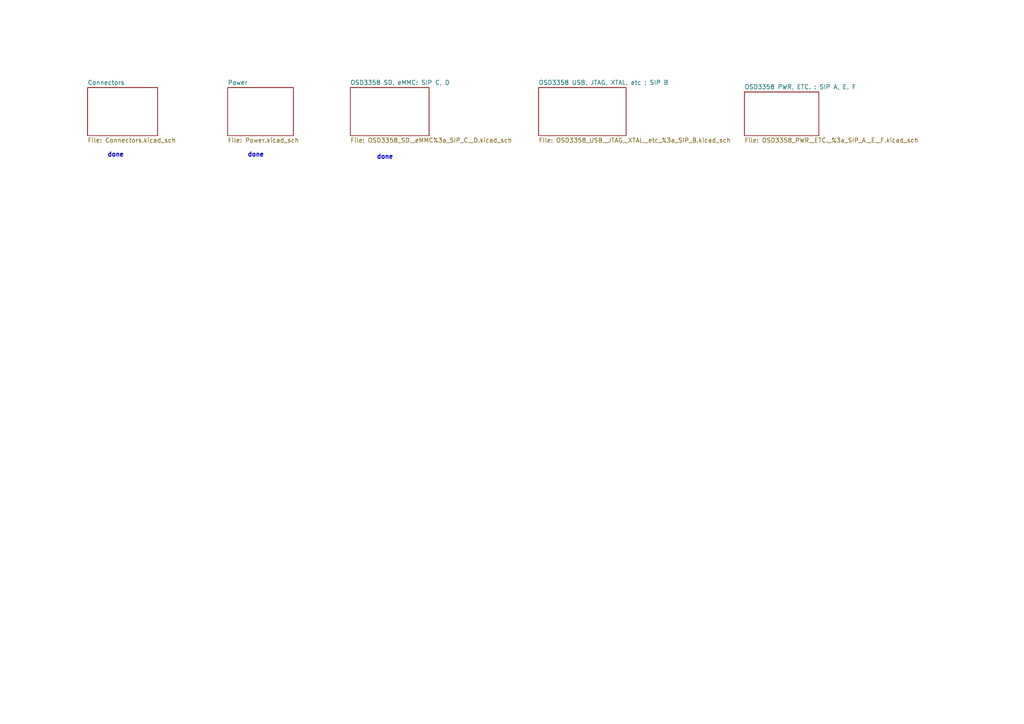
<source format=kicad_sch>
(kicad_sch (version 20210621) (generator eeschema)
  (paper "A4")
  (title_block (date "2021-11-14") (rev "1"))
  (lib_symbols)
  (text "done" (at 109.22 46.355 0) (effects (font (size 1.27 1.27) bold) (justify left bottom)))
  (text "done" (at 31.115 45.72 0) (effects (font (size 1.27 1.27) bold) (justify left bottom)))
  (text "done" (at 71.755 45.72 0) (effects (font (size 1.27 1.27) bold) (justify left bottom)))
  (sheet (at 66.04 25.4) (size 19.05 13.97)
    (property "Sheet name" "Power" (at 66.04 24.6884 0) (effects (justify left bottom)))
    (property "Sheet file" "Power.kicad_sch" (at 66.04 39.9546 0) (effects (justify left top)))
  )
  (sheet (at 215.9 26.67) (size 21.59 12.7)
    (property "Sheet name" "OSD3358 PWR, ETC. : SIP A, E, F" (at 215.9 25.9584 0) (effects (justify left bottom)))
    (property "Sheet file" "OSD3358_PWR,_ETC._%3a_SIP_A,_E,_F.kicad_sch" (at 215.9 39.9546 0) (effects (justify left top)))
  )
  (sheet (at 101.6 25.4) (size 22.86 13.97)
    (property "Sheet name" "OSD3358 SD, eMMC: SIP C, D" (at 101.6 24.6884 0) (effects (justify left bottom)))
    (property "Sheet file" "OSD3358_SD,_eMMC%3a_SIP_C,_D.kicad_sch" (at 101.6 39.9546 0) (effects (justify left top)))
  )
  (sheet (at 25.4 25.4) (size 20.32 13.97)
    (property "Sheet name" "Connectors" (at 25.4 24.6884 0) (effects (justify left bottom)))
    (property "Sheet file" "Connectors.kicad_sch" (at 25.4 39.9546 0) (effects (justify left top)))
  )
  (sheet (at 156.21 25.4) (size 25.4 13.97)
    (property "Sheet name" "OSD3358 USB, JTAG, XTAL, etc : SIP B" (at 156.21 24.6884 0) (effects (justify left bottom)))
    (property "Sheet file" "OSD3358_USB,_JTAG,_XTAL,_etc_%3a_SIP_B.kicad_sch" (at 156.21 39.9546 0) (effects (justify left top)))
  )
)
</source>
